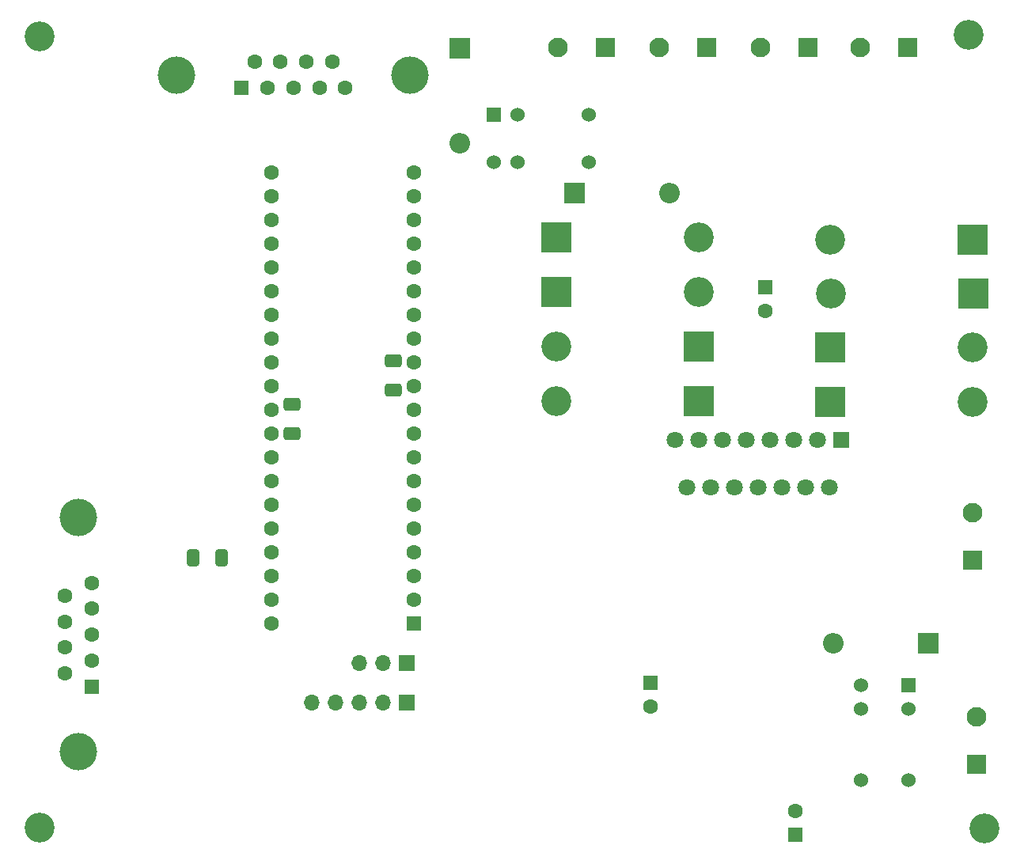
<source format=gbr>
%TF.GenerationSoftware,KiCad,Pcbnew,9.0.0*%
%TF.CreationDate,2025-04-23T13:11:14+02:00*%
%TF.ProjectId,DIMECRES_C_retrovisors,44494d45-4352-4455-935f-435f72657472,rev?*%
%TF.SameCoordinates,Original*%
%TF.FileFunction,Soldermask,Bot*%
%TF.FilePolarity,Negative*%
%FSLAX46Y46*%
G04 Gerber Fmt 4.6, Leading zero omitted, Abs format (unit mm)*
G04 Created by KiCad (PCBNEW 9.0.0) date 2025-04-23 13:11:14*
%MOMM*%
%LPD*%
G01*
G04 APERTURE LIST*
G04 Aperture macros list*
%AMRoundRect*
0 Rectangle with rounded corners*
0 $1 Rounding radius*
0 $2 $3 $4 $5 $6 $7 $8 $9 X,Y pos of 4 corners*
0 Add a 4 corners polygon primitive as box body*
4,1,4,$2,$3,$4,$5,$6,$7,$8,$9,$2,$3,0*
0 Add four circle primitives for the rounded corners*
1,1,$1+$1,$2,$3*
1,1,$1+$1,$4,$5*
1,1,$1+$1,$6,$7*
1,1,$1+$1,$8,$9*
0 Add four rect primitives between the rounded corners*
20,1,$1+$1,$2,$3,$4,$5,0*
20,1,$1+$1,$4,$5,$6,$7,0*
20,1,$1+$1,$6,$7,$8,$9,0*
20,1,$1+$1,$8,$9,$2,$3,0*%
G04 Aperture macros list end*
%ADD10C,3.200000*%
%ADD11R,3.200000X3.200000*%
%ADD12O,3.200000X3.200000*%
%ADD13R,1.600000X1.600000*%
%ADD14C,1.600000*%
%ADD15R,2.200000X2.200000*%
%ADD16O,2.200000X2.200000*%
%ADD17R,1.700000X1.700000*%
%ADD18O,1.700000X1.700000*%
%ADD19RoundRect,0.250001X0.799999X-0.799999X0.799999X0.799999X-0.799999X0.799999X-0.799999X-0.799999X0*%
%ADD20C,2.100000*%
%ADD21C,4.000000*%
%ADD22RoundRect,0.250000X0.550000X0.550000X-0.550000X0.550000X-0.550000X-0.550000X0.550000X-0.550000X0*%
%ADD23RoundRect,0.250001X0.799999X0.799999X-0.799999X0.799999X-0.799999X-0.799999X0.799999X-0.799999X0*%
%ADD24R,1.524000X1.524000*%
%ADD25C,1.524000*%
%ADD26R,1.800000X1.800000*%
%ADD27C,1.800000*%
%ADD28RoundRect,0.250000X0.650000X-0.412500X0.650000X0.412500X-0.650000X0.412500X-0.650000X-0.412500X0*%
%ADD29RoundRect,0.250000X-0.412500X-0.650000X0.412500X-0.650000X0.412500X0.650000X-0.412500X0.650000X0*%
G04 APERTURE END LIST*
D10*
%TO.C,REF\u002A\u002A*%
X90075000Y-137300000D03*
%TD*%
%TO.C,REF\u002A\u002A*%
X90025000Y-52600000D03*
%TD*%
D11*
%TO.C,D8*%
X189941200Y-80137000D03*
D12*
X174701200Y-80137000D03*
%TD*%
D11*
%TO.C,D7*%
X189856200Y-74382400D03*
D12*
X174616200Y-74382400D03*
%TD*%
D13*
%TO.C,C1*%
X170940000Y-138062380D03*
D14*
X170940000Y-135562380D03*
%TD*%
D15*
%TO.C,D5*%
X134975600Y-53949600D03*
D16*
X134975600Y-64109600D03*
%TD*%
D11*
%TO.C,D10*%
X145338800Y-74168000D03*
D12*
X160578800Y-74168000D03*
%TD*%
D17*
%TO.C,J3*%
X129320800Y-123967000D03*
D18*
X126780800Y-123967000D03*
X124240800Y-123967000D03*
X121700800Y-123967000D03*
X119160800Y-123967000D03*
%TD*%
D11*
%TO.C,D11*%
X174616200Y-85914000D03*
D12*
X189856200Y-85914000D03*
%TD*%
D10*
%TO.C,REF\u002A\u002A*%
X191180000Y-137400000D03*
%TD*%
D15*
%TO.C,D3*%
X185150000Y-117600000D03*
D16*
X174990000Y-117600000D03*
%TD*%
D15*
%TO.C,D6*%
X147248400Y-69379000D03*
D16*
X157408400Y-69379000D03*
%TD*%
D19*
%TO.C,J7*%
X190310000Y-130530000D03*
D20*
X190310000Y-125450000D03*
%TD*%
D21*
%TO.C,J5*%
X129710000Y-56760000D03*
X104710000Y-56760000D03*
D13*
X111670000Y-58180000D03*
D14*
X114440000Y-58180000D03*
X117210000Y-58180000D03*
X119980000Y-58180000D03*
X122750000Y-58180000D03*
X113055000Y-55340000D03*
X115825000Y-55340000D03*
X118595000Y-55340000D03*
X121365000Y-55340000D03*
%TD*%
D11*
%TO.C,D9*%
X145330000Y-79995800D03*
D12*
X160570000Y-79995800D03*
%TD*%
D22*
%TO.C,U7*%
X130088800Y-115494800D03*
D14*
X130088800Y-112954800D03*
X130088800Y-110414800D03*
X130088800Y-107874800D03*
X130088800Y-105334800D03*
X130088800Y-102794800D03*
X130088800Y-100254800D03*
X130088800Y-97714800D03*
X130088800Y-95174800D03*
X130088800Y-92634800D03*
X130088800Y-90094800D03*
X130088800Y-87554800D03*
X130088800Y-85014800D03*
X130088800Y-82474800D03*
X130088800Y-79934800D03*
X130088800Y-77394800D03*
X130088800Y-74854800D03*
X130088800Y-72314800D03*
X130088800Y-69774800D03*
X130088800Y-67234800D03*
X114848800Y-67234800D03*
X114848800Y-69774800D03*
X114848800Y-72314800D03*
X114848800Y-74854800D03*
X114848800Y-77394800D03*
X114848800Y-79934800D03*
X114848800Y-82474800D03*
X114848800Y-85014800D03*
X114848800Y-87554800D03*
X114848800Y-90094800D03*
X114848800Y-92634800D03*
X114848800Y-95174800D03*
X114848800Y-97714800D03*
X114848800Y-100254800D03*
X114848800Y-102794800D03*
X114848800Y-105334800D03*
X114848800Y-107874800D03*
X114848800Y-110414800D03*
X114848800Y-112954800D03*
X114848800Y-115494800D03*
%TD*%
D23*
%TO.C,J9*%
X182925000Y-53825000D03*
D20*
X177845000Y-53825000D03*
%TD*%
D23*
%TO.C,J8*%
X161425000Y-53850000D03*
D20*
X156345000Y-53850000D03*
%TD*%
D13*
%TO.C,C2*%
X155390000Y-121840000D03*
D14*
X155390000Y-124340000D03*
%TD*%
D11*
%TO.C,D14*%
X160578800Y-85837800D03*
D12*
X145338800Y-85837800D03*
%TD*%
D11*
%TO.C,D13*%
X160570000Y-91679800D03*
D12*
X145330000Y-91679800D03*
%TD*%
D21*
%TO.C,J2*%
X94190000Y-104160000D03*
X94190000Y-129160000D03*
D13*
X95610000Y-122200000D03*
D14*
X95610000Y-119430000D03*
X95610000Y-116660000D03*
X95610000Y-113890000D03*
X95610000Y-111120000D03*
X92770000Y-120815000D03*
X92770000Y-118045000D03*
X92770000Y-115275000D03*
X92770000Y-112505000D03*
%TD*%
D17*
%TO.C,JP1*%
X129320800Y-119667000D03*
D18*
X126780800Y-119667000D03*
X124240800Y-119667000D03*
%TD*%
D24*
%TO.C,SW9*%
X138665000Y-61000000D03*
D25*
X138665000Y-66080000D03*
X141205000Y-61000000D03*
X141205000Y-66080000D03*
X148825000Y-61000000D03*
X148825000Y-66080000D03*
%TD*%
D10*
%TO.C,REF\u002A\u002A*%
X189425000Y-52500000D03*
%TD*%
D11*
%TO.C,D12*%
X174650400Y-91719400D03*
D12*
X189890400Y-91719400D03*
%TD*%
D19*
%TO.C,J10*%
X189860000Y-108720000D03*
D20*
X189860000Y-103640000D03*
%TD*%
D13*
%TO.C,C6*%
X167690800Y-79516600D03*
D14*
X167690800Y-82016600D03*
%TD*%
D26*
%TO.C,U4*%
X175800000Y-95810000D03*
D27*
X174530000Y-100890000D03*
X173260000Y-95810000D03*
X171990000Y-100890000D03*
X170720000Y-95810000D03*
X169450000Y-100890000D03*
X168180000Y-95810000D03*
X166910000Y-100890000D03*
X165640000Y-95810000D03*
X164370000Y-100890000D03*
X163100000Y-95810000D03*
X161830000Y-100890000D03*
X160560000Y-95810000D03*
X159290000Y-100890000D03*
X158020000Y-95810000D03*
%TD*%
D23*
%TO.C,J6*%
X150600000Y-53850000D03*
D20*
X145520000Y-53850000D03*
%TD*%
D23*
%TO.C,J4*%
X172225000Y-53825000D03*
D20*
X167145000Y-53825000D03*
%TD*%
D24*
%TO.C,SW8*%
X183014700Y-122091400D03*
D25*
X177934700Y-122091400D03*
X183014700Y-124631400D03*
X177934700Y-124631400D03*
X183014700Y-132251400D03*
X177934700Y-132251400D03*
%TD*%
D28*
%TO.C,C14*%
X117075000Y-95175000D03*
X117075000Y-92050000D03*
%TD*%
D29*
%TO.C,C10*%
X106435000Y-108425000D03*
X109560000Y-108425000D03*
%TD*%
D28*
%TO.C,C9*%
X127900000Y-90475000D03*
X127900000Y-87350000D03*
%TD*%
M02*

</source>
